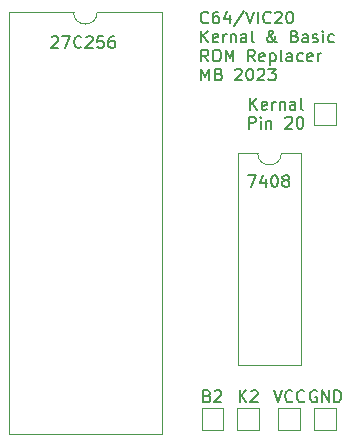
<source format=gbr>
%TF.GenerationSoftware,KiCad,Pcbnew,7.0.6*%
%TF.CreationDate,2023-08-02T13:22:52+10:00*%
%TF.ProjectId,vic20 rom,76696332-3020-4726-9f6d-2e6b69636164,rev?*%
%TF.SameCoordinates,Original*%
%TF.FileFunction,Legend,Top*%
%TF.FilePolarity,Positive*%
%FSLAX46Y46*%
G04 Gerber Fmt 4.6, Leading zero omitted, Abs format (unit mm)*
G04 Created by KiCad (PCBNEW 7.0.6) date 2023-08-02 13:22:52*
%MOMM*%
%LPD*%
G01*
G04 APERTURE LIST*
%ADD10C,0.150000*%
%ADD11C,0.120000*%
G04 APERTURE END LIST*
D10*
X105203964Y-52803571D02*
X105203964Y-51803571D01*
X105775392Y-52803571D02*
X105346821Y-52232142D01*
X105775392Y-51803571D02*
X105203964Y-52374999D01*
X106584916Y-52755952D02*
X106489678Y-52803571D01*
X106489678Y-52803571D02*
X106299202Y-52803571D01*
X106299202Y-52803571D02*
X106203964Y-52755952D01*
X106203964Y-52755952D02*
X106156345Y-52660713D01*
X106156345Y-52660713D02*
X106156345Y-52279761D01*
X106156345Y-52279761D02*
X106203964Y-52184523D01*
X106203964Y-52184523D02*
X106299202Y-52136904D01*
X106299202Y-52136904D02*
X106489678Y-52136904D01*
X106489678Y-52136904D02*
X106584916Y-52184523D01*
X106584916Y-52184523D02*
X106632535Y-52279761D01*
X106632535Y-52279761D02*
X106632535Y-52374999D01*
X106632535Y-52374999D02*
X106156345Y-52470237D01*
X107061107Y-52803571D02*
X107061107Y-52136904D01*
X107061107Y-52327380D02*
X107108726Y-52232142D01*
X107108726Y-52232142D02*
X107156345Y-52184523D01*
X107156345Y-52184523D02*
X107251583Y-52136904D01*
X107251583Y-52136904D02*
X107346821Y-52136904D01*
X107680155Y-52136904D02*
X107680155Y-52803571D01*
X107680155Y-52232142D02*
X107727774Y-52184523D01*
X107727774Y-52184523D02*
X107823012Y-52136904D01*
X107823012Y-52136904D02*
X107965869Y-52136904D01*
X107965869Y-52136904D02*
X108061107Y-52184523D01*
X108061107Y-52184523D02*
X108108726Y-52279761D01*
X108108726Y-52279761D02*
X108108726Y-52803571D01*
X109013488Y-52803571D02*
X109013488Y-52279761D01*
X109013488Y-52279761D02*
X108965869Y-52184523D01*
X108965869Y-52184523D02*
X108870631Y-52136904D01*
X108870631Y-52136904D02*
X108680155Y-52136904D01*
X108680155Y-52136904D02*
X108584917Y-52184523D01*
X109013488Y-52755952D02*
X108918250Y-52803571D01*
X108918250Y-52803571D02*
X108680155Y-52803571D01*
X108680155Y-52803571D02*
X108584917Y-52755952D01*
X108584917Y-52755952D02*
X108537298Y-52660713D01*
X108537298Y-52660713D02*
X108537298Y-52565475D01*
X108537298Y-52565475D02*
X108584917Y-52470237D01*
X108584917Y-52470237D02*
X108680155Y-52422618D01*
X108680155Y-52422618D02*
X108918250Y-52422618D01*
X108918250Y-52422618D02*
X109013488Y-52374999D01*
X109632536Y-52803571D02*
X109537298Y-52755952D01*
X109537298Y-52755952D02*
X109489679Y-52660713D01*
X109489679Y-52660713D02*
X109489679Y-51803571D01*
X105084917Y-54413571D02*
X105084917Y-53413571D01*
X105084917Y-53413571D02*
X105465869Y-53413571D01*
X105465869Y-53413571D02*
X105561107Y-53461190D01*
X105561107Y-53461190D02*
X105608726Y-53508809D01*
X105608726Y-53508809D02*
X105656345Y-53604047D01*
X105656345Y-53604047D02*
X105656345Y-53746904D01*
X105656345Y-53746904D02*
X105608726Y-53842142D01*
X105608726Y-53842142D02*
X105561107Y-53889761D01*
X105561107Y-53889761D02*
X105465869Y-53937380D01*
X105465869Y-53937380D02*
X105084917Y-53937380D01*
X106084917Y-54413571D02*
X106084917Y-53746904D01*
X106084917Y-53413571D02*
X106037298Y-53461190D01*
X106037298Y-53461190D02*
X106084917Y-53508809D01*
X106084917Y-53508809D02*
X106132536Y-53461190D01*
X106132536Y-53461190D02*
X106084917Y-53413571D01*
X106084917Y-53413571D02*
X106084917Y-53508809D01*
X106561107Y-53746904D02*
X106561107Y-54413571D01*
X106561107Y-53842142D02*
X106608726Y-53794523D01*
X106608726Y-53794523D02*
X106703964Y-53746904D01*
X106703964Y-53746904D02*
X106846821Y-53746904D01*
X106846821Y-53746904D02*
X106942059Y-53794523D01*
X106942059Y-53794523D02*
X106989678Y-53889761D01*
X106989678Y-53889761D02*
X106989678Y-54413571D01*
X108180155Y-53508809D02*
X108227774Y-53461190D01*
X108227774Y-53461190D02*
X108323012Y-53413571D01*
X108323012Y-53413571D02*
X108561107Y-53413571D01*
X108561107Y-53413571D02*
X108656345Y-53461190D01*
X108656345Y-53461190D02*
X108703964Y-53508809D01*
X108703964Y-53508809D02*
X108751583Y-53604047D01*
X108751583Y-53604047D02*
X108751583Y-53699285D01*
X108751583Y-53699285D02*
X108703964Y-53842142D01*
X108703964Y-53842142D02*
X108132536Y-54413571D01*
X108132536Y-54413571D02*
X108751583Y-54413571D01*
X109370631Y-53413571D02*
X109465869Y-53413571D01*
X109465869Y-53413571D02*
X109561107Y-53461190D01*
X109561107Y-53461190D02*
X109608726Y-53508809D01*
X109608726Y-53508809D02*
X109656345Y-53604047D01*
X109656345Y-53604047D02*
X109703964Y-53794523D01*
X109703964Y-53794523D02*
X109703964Y-54032618D01*
X109703964Y-54032618D02*
X109656345Y-54223094D01*
X109656345Y-54223094D02*
X109608726Y-54318332D01*
X109608726Y-54318332D02*
X109561107Y-54365952D01*
X109561107Y-54365952D02*
X109465869Y-54413571D01*
X109465869Y-54413571D02*
X109370631Y-54413571D01*
X109370631Y-54413571D02*
X109275393Y-54365952D01*
X109275393Y-54365952D02*
X109227774Y-54318332D01*
X109227774Y-54318332D02*
X109180155Y-54223094D01*
X109180155Y-54223094D02*
X109132536Y-54032618D01*
X109132536Y-54032618D02*
X109132536Y-53794523D01*
X109132536Y-53794523D02*
X109180155Y-53604047D01*
X109180155Y-53604047D02*
X109227774Y-53508809D01*
X109227774Y-53508809D02*
X109275393Y-53461190D01*
X109275393Y-53461190D02*
X109370631Y-53413571D01*
X101640628Y-45399694D02*
X101593009Y-45447314D01*
X101593009Y-45447314D02*
X101450152Y-45494933D01*
X101450152Y-45494933D02*
X101354914Y-45494933D01*
X101354914Y-45494933D02*
X101212057Y-45447314D01*
X101212057Y-45447314D02*
X101116819Y-45352075D01*
X101116819Y-45352075D02*
X101069200Y-45256837D01*
X101069200Y-45256837D02*
X101021581Y-45066361D01*
X101021581Y-45066361D02*
X101021581Y-44923504D01*
X101021581Y-44923504D02*
X101069200Y-44733028D01*
X101069200Y-44733028D02*
X101116819Y-44637790D01*
X101116819Y-44637790D02*
X101212057Y-44542552D01*
X101212057Y-44542552D02*
X101354914Y-44494933D01*
X101354914Y-44494933D02*
X101450152Y-44494933D01*
X101450152Y-44494933D02*
X101593009Y-44542552D01*
X101593009Y-44542552D02*
X101640628Y-44590171D01*
X102497771Y-44494933D02*
X102307295Y-44494933D01*
X102307295Y-44494933D02*
X102212057Y-44542552D01*
X102212057Y-44542552D02*
X102164438Y-44590171D01*
X102164438Y-44590171D02*
X102069200Y-44733028D01*
X102069200Y-44733028D02*
X102021581Y-44923504D01*
X102021581Y-44923504D02*
X102021581Y-45304456D01*
X102021581Y-45304456D02*
X102069200Y-45399694D01*
X102069200Y-45399694D02*
X102116819Y-45447314D01*
X102116819Y-45447314D02*
X102212057Y-45494933D01*
X102212057Y-45494933D02*
X102402533Y-45494933D01*
X102402533Y-45494933D02*
X102497771Y-45447314D01*
X102497771Y-45447314D02*
X102545390Y-45399694D01*
X102545390Y-45399694D02*
X102593009Y-45304456D01*
X102593009Y-45304456D02*
X102593009Y-45066361D01*
X102593009Y-45066361D02*
X102545390Y-44971123D01*
X102545390Y-44971123D02*
X102497771Y-44923504D01*
X102497771Y-44923504D02*
X102402533Y-44875885D01*
X102402533Y-44875885D02*
X102212057Y-44875885D01*
X102212057Y-44875885D02*
X102116819Y-44923504D01*
X102116819Y-44923504D02*
X102069200Y-44971123D01*
X102069200Y-44971123D02*
X102021581Y-45066361D01*
X103450152Y-44828266D02*
X103450152Y-45494933D01*
X103212057Y-44447314D02*
X102973962Y-45161599D01*
X102973962Y-45161599D02*
X103593009Y-45161599D01*
X104688247Y-44447314D02*
X103831105Y-45733028D01*
X104878724Y-44494933D02*
X105212057Y-45494933D01*
X105212057Y-45494933D02*
X105545390Y-44494933D01*
X105878724Y-45494933D02*
X105878724Y-44494933D01*
X106926342Y-45399694D02*
X106878723Y-45447314D01*
X106878723Y-45447314D02*
X106735866Y-45494933D01*
X106735866Y-45494933D02*
X106640628Y-45494933D01*
X106640628Y-45494933D02*
X106497771Y-45447314D01*
X106497771Y-45447314D02*
X106402533Y-45352075D01*
X106402533Y-45352075D02*
X106354914Y-45256837D01*
X106354914Y-45256837D02*
X106307295Y-45066361D01*
X106307295Y-45066361D02*
X106307295Y-44923504D01*
X106307295Y-44923504D02*
X106354914Y-44733028D01*
X106354914Y-44733028D02*
X106402533Y-44637790D01*
X106402533Y-44637790D02*
X106497771Y-44542552D01*
X106497771Y-44542552D02*
X106640628Y-44494933D01*
X106640628Y-44494933D02*
X106735866Y-44494933D01*
X106735866Y-44494933D02*
X106878723Y-44542552D01*
X106878723Y-44542552D02*
X106926342Y-44590171D01*
X107307295Y-44590171D02*
X107354914Y-44542552D01*
X107354914Y-44542552D02*
X107450152Y-44494933D01*
X107450152Y-44494933D02*
X107688247Y-44494933D01*
X107688247Y-44494933D02*
X107783485Y-44542552D01*
X107783485Y-44542552D02*
X107831104Y-44590171D01*
X107831104Y-44590171D02*
X107878723Y-44685409D01*
X107878723Y-44685409D02*
X107878723Y-44780647D01*
X107878723Y-44780647D02*
X107831104Y-44923504D01*
X107831104Y-44923504D02*
X107259676Y-45494933D01*
X107259676Y-45494933D02*
X107878723Y-45494933D01*
X108497771Y-44494933D02*
X108593009Y-44494933D01*
X108593009Y-44494933D02*
X108688247Y-44542552D01*
X108688247Y-44542552D02*
X108735866Y-44590171D01*
X108735866Y-44590171D02*
X108783485Y-44685409D01*
X108783485Y-44685409D02*
X108831104Y-44875885D01*
X108831104Y-44875885D02*
X108831104Y-45113980D01*
X108831104Y-45113980D02*
X108783485Y-45304456D01*
X108783485Y-45304456D02*
X108735866Y-45399694D01*
X108735866Y-45399694D02*
X108688247Y-45447314D01*
X108688247Y-45447314D02*
X108593009Y-45494933D01*
X108593009Y-45494933D02*
X108497771Y-45494933D01*
X108497771Y-45494933D02*
X108402533Y-45447314D01*
X108402533Y-45447314D02*
X108354914Y-45399694D01*
X108354914Y-45399694D02*
X108307295Y-45304456D01*
X108307295Y-45304456D02*
X108259676Y-45113980D01*
X108259676Y-45113980D02*
X108259676Y-44875885D01*
X108259676Y-44875885D02*
X108307295Y-44685409D01*
X108307295Y-44685409D02*
X108354914Y-44590171D01*
X108354914Y-44590171D02*
X108402533Y-44542552D01*
X108402533Y-44542552D02*
X108497771Y-44494933D01*
X101069200Y-47104933D02*
X101069200Y-46104933D01*
X101640628Y-47104933D02*
X101212057Y-46533504D01*
X101640628Y-46104933D02*
X101069200Y-46676361D01*
X102450152Y-47057314D02*
X102354914Y-47104933D01*
X102354914Y-47104933D02*
X102164438Y-47104933D01*
X102164438Y-47104933D02*
X102069200Y-47057314D01*
X102069200Y-47057314D02*
X102021581Y-46962075D01*
X102021581Y-46962075D02*
X102021581Y-46581123D01*
X102021581Y-46581123D02*
X102069200Y-46485885D01*
X102069200Y-46485885D02*
X102164438Y-46438266D01*
X102164438Y-46438266D02*
X102354914Y-46438266D01*
X102354914Y-46438266D02*
X102450152Y-46485885D01*
X102450152Y-46485885D02*
X102497771Y-46581123D01*
X102497771Y-46581123D02*
X102497771Y-46676361D01*
X102497771Y-46676361D02*
X102021581Y-46771599D01*
X102926343Y-47104933D02*
X102926343Y-46438266D01*
X102926343Y-46628742D02*
X102973962Y-46533504D01*
X102973962Y-46533504D02*
X103021581Y-46485885D01*
X103021581Y-46485885D02*
X103116819Y-46438266D01*
X103116819Y-46438266D02*
X103212057Y-46438266D01*
X103545391Y-46438266D02*
X103545391Y-47104933D01*
X103545391Y-46533504D02*
X103593010Y-46485885D01*
X103593010Y-46485885D02*
X103688248Y-46438266D01*
X103688248Y-46438266D02*
X103831105Y-46438266D01*
X103831105Y-46438266D02*
X103926343Y-46485885D01*
X103926343Y-46485885D02*
X103973962Y-46581123D01*
X103973962Y-46581123D02*
X103973962Y-47104933D01*
X104878724Y-47104933D02*
X104878724Y-46581123D01*
X104878724Y-46581123D02*
X104831105Y-46485885D01*
X104831105Y-46485885D02*
X104735867Y-46438266D01*
X104735867Y-46438266D02*
X104545391Y-46438266D01*
X104545391Y-46438266D02*
X104450153Y-46485885D01*
X104878724Y-47057314D02*
X104783486Y-47104933D01*
X104783486Y-47104933D02*
X104545391Y-47104933D01*
X104545391Y-47104933D02*
X104450153Y-47057314D01*
X104450153Y-47057314D02*
X104402534Y-46962075D01*
X104402534Y-46962075D02*
X104402534Y-46866837D01*
X104402534Y-46866837D02*
X104450153Y-46771599D01*
X104450153Y-46771599D02*
X104545391Y-46723980D01*
X104545391Y-46723980D02*
X104783486Y-46723980D01*
X104783486Y-46723980D02*
X104878724Y-46676361D01*
X105497772Y-47104933D02*
X105402534Y-47057314D01*
X105402534Y-47057314D02*
X105354915Y-46962075D01*
X105354915Y-46962075D02*
X105354915Y-46104933D01*
X107450154Y-47104933D02*
X107402535Y-47104933D01*
X107402535Y-47104933D02*
X107307296Y-47057314D01*
X107307296Y-47057314D02*
X107164439Y-46914456D01*
X107164439Y-46914456D02*
X106926344Y-46628742D01*
X106926344Y-46628742D02*
X106831106Y-46485885D01*
X106831106Y-46485885D02*
X106783487Y-46343028D01*
X106783487Y-46343028D02*
X106783487Y-46247790D01*
X106783487Y-46247790D02*
X106831106Y-46152552D01*
X106831106Y-46152552D02*
X106926344Y-46104933D01*
X106926344Y-46104933D02*
X106973963Y-46104933D01*
X106973963Y-46104933D02*
X107069201Y-46152552D01*
X107069201Y-46152552D02*
X107116820Y-46247790D01*
X107116820Y-46247790D02*
X107116820Y-46295409D01*
X107116820Y-46295409D02*
X107069201Y-46390647D01*
X107069201Y-46390647D02*
X107021582Y-46438266D01*
X107021582Y-46438266D02*
X106735868Y-46628742D01*
X106735868Y-46628742D02*
X106688249Y-46676361D01*
X106688249Y-46676361D02*
X106640630Y-46771599D01*
X106640630Y-46771599D02*
X106640630Y-46914456D01*
X106640630Y-46914456D02*
X106688249Y-47009694D01*
X106688249Y-47009694D02*
X106735868Y-47057314D01*
X106735868Y-47057314D02*
X106831106Y-47104933D01*
X106831106Y-47104933D02*
X106973963Y-47104933D01*
X106973963Y-47104933D02*
X107069201Y-47057314D01*
X107069201Y-47057314D02*
X107116820Y-47009694D01*
X107116820Y-47009694D02*
X107259677Y-46819218D01*
X107259677Y-46819218D02*
X107307296Y-46676361D01*
X107307296Y-46676361D02*
X107307296Y-46581123D01*
X108973963Y-46581123D02*
X109116820Y-46628742D01*
X109116820Y-46628742D02*
X109164439Y-46676361D01*
X109164439Y-46676361D02*
X109212058Y-46771599D01*
X109212058Y-46771599D02*
X109212058Y-46914456D01*
X109212058Y-46914456D02*
X109164439Y-47009694D01*
X109164439Y-47009694D02*
X109116820Y-47057314D01*
X109116820Y-47057314D02*
X109021582Y-47104933D01*
X109021582Y-47104933D02*
X108640630Y-47104933D01*
X108640630Y-47104933D02*
X108640630Y-46104933D01*
X108640630Y-46104933D02*
X108973963Y-46104933D01*
X108973963Y-46104933D02*
X109069201Y-46152552D01*
X109069201Y-46152552D02*
X109116820Y-46200171D01*
X109116820Y-46200171D02*
X109164439Y-46295409D01*
X109164439Y-46295409D02*
X109164439Y-46390647D01*
X109164439Y-46390647D02*
X109116820Y-46485885D01*
X109116820Y-46485885D02*
X109069201Y-46533504D01*
X109069201Y-46533504D02*
X108973963Y-46581123D01*
X108973963Y-46581123D02*
X108640630Y-46581123D01*
X110069201Y-47104933D02*
X110069201Y-46581123D01*
X110069201Y-46581123D02*
X110021582Y-46485885D01*
X110021582Y-46485885D02*
X109926344Y-46438266D01*
X109926344Y-46438266D02*
X109735868Y-46438266D01*
X109735868Y-46438266D02*
X109640630Y-46485885D01*
X110069201Y-47057314D02*
X109973963Y-47104933D01*
X109973963Y-47104933D02*
X109735868Y-47104933D01*
X109735868Y-47104933D02*
X109640630Y-47057314D01*
X109640630Y-47057314D02*
X109593011Y-46962075D01*
X109593011Y-46962075D02*
X109593011Y-46866837D01*
X109593011Y-46866837D02*
X109640630Y-46771599D01*
X109640630Y-46771599D02*
X109735868Y-46723980D01*
X109735868Y-46723980D02*
X109973963Y-46723980D01*
X109973963Y-46723980D02*
X110069201Y-46676361D01*
X110497773Y-47057314D02*
X110593011Y-47104933D01*
X110593011Y-47104933D02*
X110783487Y-47104933D01*
X110783487Y-47104933D02*
X110878725Y-47057314D01*
X110878725Y-47057314D02*
X110926344Y-46962075D01*
X110926344Y-46962075D02*
X110926344Y-46914456D01*
X110926344Y-46914456D02*
X110878725Y-46819218D01*
X110878725Y-46819218D02*
X110783487Y-46771599D01*
X110783487Y-46771599D02*
X110640630Y-46771599D01*
X110640630Y-46771599D02*
X110545392Y-46723980D01*
X110545392Y-46723980D02*
X110497773Y-46628742D01*
X110497773Y-46628742D02*
X110497773Y-46581123D01*
X110497773Y-46581123D02*
X110545392Y-46485885D01*
X110545392Y-46485885D02*
X110640630Y-46438266D01*
X110640630Y-46438266D02*
X110783487Y-46438266D01*
X110783487Y-46438266D02*
X110878725Y-46485885D01*
X111354916Y-47104933D02*
X111354916Y-46438266D01*
X111354916Y-46104933D02*
X111307297Y-46152552D01*
X111307297Y-46152552D02*
X111354916Y-46200171D01*
X111354916Y-46200171D02*
X111402535Y-46152552D01*
X111402535Y-46152552D02*
X111354916Y-46104933D01*
X111354916Y-46104933D02*
X111354916Y-46200171D01*
X112259677Y-47057314D02*
X112164439Y-47104933D01*
X112164439Y-47104933D02*
X111973963Y-47104933D01*
X111973963Y-47104933D02*
X111878725Y-47057314D01*
X111878725Y-47057314D02*
X111831106Y-47009694D01*
X111831106Y-47009694D02*
X111783487Y-46914456D01*
X111783487Y-46914456D02*
X111783487Y-46628742D01*
X111783487Y-46628742D02*
X111831106Y-46533504D01*
X111831106Y-46533504D02*
X111878725Y-46485885D01*
X111878725Y-46485885D02*
X111973963Y-46438266D01*
X111973963Y-46438266D02*
X112164439Y-46438266D01*
X112164439Y-46438266D02*
X112259677Y-46485885D01*
X101640628Y-48714933D02*
X101307295Y-48238742D01*
X101069200Y-48714933D02*
X101069200Y-47714933D01*
X101069200Y-47714933D02*
X101450152Y-47714933D01*
X101450152Y-47714933D02*
X101545390Y-47762552D01*
X101545390Y-47762552D02*
X101593009Y-47810171D01*
X101593009Y-47810171D02*
X101640628Y-47905409D01*
X101640628Y-47905409D02*
X101640628Y-48048266D01*
X101640628Y-48048266D02*
X101593009Y-48143504D01*
X101593009Y-48143504D02*
X101545390Y-48191123D01*
X101545390Y-48191123D02*
X101450152Y-48238742D01*
X101450152Y-48238742D02*
X101069200Y-48238742D01*
X102259676Y-47714933D02*
X102450152Y-47714933D01*
X102450152Y-47714933D02*
X102545390Y-47762552D01*
X102545390Y-47762552D02*
X102640628Y-47857790D01*
X102640628Y-47857790D02*
X102688247Y-48048266D01*
X102688247Y-48048266D02*
X102688247Y-48381599D01*
X102688247Y-48381599D02*
X102640628Y-48572075D01*
X102640628Y-48572075D02*
X102545390Y-48667314D01*
X102545390Y-48667314D02*
X102450152Y-48714933D01*
X102450152Y-48714933D02*
X102259676Y-48714933D01*
X102259676Y-48714933D02*
X102164438Y-48667314D01*
X102164438Y-48667314D02*
X102069200Y-48572075D01*
X102069200Y-48572075D02*
X102021581Y-48381599D01*
X102021581Y-48381599D02*
X102021581Y-48048266D01*
X102021581Y-48048266D02*
X102069200Y-47857790D01*
X102069200Y-47857790D02*
X102164438Y-47762552D01*
X102164438Y-47762552D02*
X102259676Y-47714933D01*
X103116819Y-48714933D02*
X103116819Y-47714933D01*
X103116819Y-47714933D02*
X103450152Y-48429218D01*
X103450152Y-48429218D02*
X103783485Y-47714933D01*
X103783485Y-47714933D02*
X103783485Y-48714933D01*
X105593009Y-48714933D02*
X105259676Y-48238742D01*
X105021581Y-48714933D02*
X105021581Y-47714933D01*
X105021581Y-47714933D02*
X105402533Y-47714933D01*
X105402533Y-47714933D02*
X105497771Y-47762552D01*
X105497771Y-47762552D02*
X105545390Y-47810171D01*
X105545390Y-47810171D02*
X105593009Y-47905409D01*
X105593009Y-47905409D02*
X105593009Y-48048266D01*
X105593009Y-48048266D02*
X105545390Y-48143504D01*
X105545390Y-48143504D02*
X105497771Y-48191123D01*
X105497771Y-48191123D02*
X105402533Y-48238742D01*
X105402533Y-48238742D02*
X105021581Y-48238742D01*
X106402533Y-48667314D02*
X106307295Y-48714933D01*
X106307295Y-48714933D02*
X106116819Y-48714933D01*
X106116819Y-48714933D02*
X106021581Y-48667314D01*
X106021581Y-48667314D02*
X105973962Y-48572075D01*
X105973962Y-48572075D02*
X105973962Y-48191123D01*
X105973962Y-48191123D02*
X106021581Y-48095885D01*
X106021581Y-48095885D02*
X106116819Y-48048266D01*
X106116819Y-48048266D02*
X106307295Y-48048266D01*
X106307295Y-48048266D02*
X106402533Y-48095885D01*
X106402533Y-48095885D02*
X106450152Y-48191123D01*
X106450152Y-48191123D02*
X106450152Y-48286361D01*
X106450152Y-48286361D02*
X105973962Y-48381599D01*
X106878724Y-48048266D02*
X106878724Y-49048266D01*
X106878724Y-48095885D02*
X106973962Y-48048266D01*
X106973962Y-48048266D02*
X107164438Y-48048266D01*
X107164438Y-48048266D02*
X107259676Y-48095885D01*
X107259676Y-48095885D02*
X107307295Y-48143504D01*
X107307295Y-48143504D02*
X107354914Y-48238742D01*
X107354914Y-48238742D02*
X107354914Y-48524456D01*
X107354914Y-48524456D02*
X107307295Y-48619694D01*
X107307295Y-48619694D02*
X107259676Y-48667314D01*
X107259676Y-48667314D02*
X107164438Y-48714933D01*
X107164438Y-48714933D02*
X106973962Y-48714933D01*
X106973962Y-48714933D02*
X106878724Y-48667314D01*
X107926343Y-48714933D02*
X107831105Y-48667314D01*
X107831105Y-48667314D02*
X107783486Y-48572075D01*
X107783486Y-48572075D02*
X107783486Y-47714933D01*
X108735867Y-48714933D02*
X108735867Y-48191123D01*
X108735867Y-48191123D02*
X108688248Y-48095885D01*
X108688248Y-48095885D02*
X108593010Y-48048266D01*
X108593010Y-48048266D02*
X108402534Y-48048266D01*
X108402534Y-48048266D02*
X108307296Y-48095885D01*
X108735867Y-48667314D02*
X108640629Y-48714933D01*
X108640629Y-48714933D02*
X108402534Y-48714933D01*
X108402534Y-48714933D02*
X108307296Y-48667314D01*
X108307296Y-48667314D02*
X108259677Y-48572075D01*
X108259677Y-48572075D02*
X108259677Y-48476837D01*
X108259677Y-48476837D02*
X108307296Y-48381599D01*
X108307296Y-48381599D02*
X108402534Y-48333980D01*
X108402534Y-48333980D02*
X108640629Y-48333980D01*
X108640629Y-48333980D02*
X108735867Y-48286361D01*
X109640629Y-48667314D02*
X109545391Y-48714933D01*
X109545391Y-48714933D02*
X109354915Y-48714933D01*
X109354915Y-48714933D02*
X109259677Y-48667314D01*
X109259677Y-48667314D02*
X109212058Y-48619694D01*
X109212058Y-48619694D02*
X109164439Y-48524456D01*
X109164439Y-48524456D02*
X109164439Y-48238742D01*
X109164439Y-48238742D02*
X109212058Y-48143504D01*
X109212058Y-48143504D02*
X109259677Y-48095885D01*
X109259677Y-48095885D02*
X109354915Y-48048266D01*
X109354915Y-48048266D02*
X109545391Y-48048266D01*
X109545391Y-48048266D02*
X109640629Y-48095885D01*
X110450153Y-48667314D02*
X110354915Y-48714933D01*
X110354915Y-48714933D02*
X110164439Y-48714933D01*
X110164439Y-48714933D02*
X110069201Y-48667314D01*
X110069201Y-48667314D02*
X110021582Y-48572075D01*
X110021582Y-48572075D02*
X110021582Y-48191123D01*
X110021582Y-48191123D02*
X110069201Y-48095885D01*
X110069201Y-48095885D02*
X110164439Y-48048266D01*
X110164439Y-48048266D02*
X110354915Y-48048266D01*
X110354915Y-48048266D02*
X110450153Y-48095885D01*
X110450153Y-48095885D02*
X110497772Y-48191123D01*
X110497772Y-48191123D02*
X110497772Y-48286361D01*
X110497772Y-48286361D02*
X110021582Y-48381599D01*
X110926344Y-48714933D02*
X110926344Y-48048266D01*
X110926344Y-48238742D02*
X110973963Y-48143504D01*
X110973963Y-48143504D02*
X111021582Y-48095885D01*
X111021582Y-48095885D02*
X111116820Y-48048266D01*
X111116820Y-48048266D02*
X111212058Y-48048266D01*
X101069200Y-50324933D02*
X101069200Y-49324933D01*
X101069200Y-49324933D02*
X101402533Y-50039218D01*
X101402533Y-50039218D02*
X101735866Y-49324933D01*
X101735866Y-49324933D02*
X101735866Y-50324933D01*
X102545390Y-49801123D02*
X102688247Y-49848742D01*
X102688247Y-49848742D02*
X102735866Y-49896361D01*
X102735866Y-49896361D02*
X102783485Y-49991599D01*
X102783485Y-49991599D02*
X102783485Y-50134456D01*
X102783485Y-50134456D02*
X102735866Y-50229694D01*
X102735866Y-50229694D02*
X102688247Y-50277314D01*
X102688247Y-50277314D02*
X102593009Y-50324933D01*
X102593009Y-50324933D02*
X102212057Y-50324933D01*
X102212057Y-50324933D02*
X102212057Y-49324933D01*
X102212057Y-49324933D02*
X102545390Y-49324933D01*
X102545390Y-49324933D02*
X102640628Y-49372552D01*
X102640628Y-49372552D02*
X102688247Y-49420171D01*
X102688247Y-49420171D02*
X102735866Y-49515409D01*
X102735866Y-49515409D02*
X102735866Y-49610647D01*
X102735866Y-49610647D02*
X102688247Y-49705885D01*
X102688247Y-49705885D02*
X102640628Y-49753504D01*
X102640628Y-49753504D02*
X102545390Y-49801123D01*
X102545390Y-49801123D02*
X102212057Y-49801123D01*
X103926343Y-49420171D02*
X103973962Y-49372552D01*
X103973962Y-49372552D02*
X104069200Y-49324933D01*
X104069200Y-49324933D02*
X104307295Y-49324933D01*
X104307295Y-49324933D02*
X104402533Y-49372552D01*
X104402533Y-49372552D02*
X104450152Y-49420171D01*
X104450152Y-49420171D02*
X104497771Y-49515409D01*
X104497771Y-49515409D02*
X104497771Y-49610647D01*
X104497771Y-49610647D02*
X104450152Y-49753504D01*
X104450152Y-49753504D02*
X103878724Y-50324933D01*
X103878724Y-50324933D02*
X104497771Y-50324933D01*
X105116819Y-49324933D02*
X105212057Y-49324933D01*
X105212057Y-49324933D02*
X105307295Y-49372552D01*
X105307295Y-49372552D02*
X105354914Y-49420171D01*
X105354914Y-49420171D02*
X105402533Y-49515409D01*
X105402533Y-49515409D02*
X105450152Y-49705885D01*
X105450152Y-49705885D02*
X105450152Y-49943980D01*
X105450152Y-49943980D02*
X105402533Y-50134456D01*
X105402533Y-50134456D02*
X105354914Y-50229694D01*
X105354914Y-50229694D02*
X105307295Y-50277314D01*
X105307295Y-50277314D02*
X105212057Y-50324933D01*
X105212057Y-50324933D02*
X105116819Y-50324933D01*
X105116819Y-50324933D02*
X105021581Y-50277314D01*
X105021581Y-50277314D02*
X104973962Y-50229694D01*
X104973962Y-50229694D02*
X104926343Y-50134456D01*
X104926343Y-50134456D02*
X104878724Y-49943980D01*
X104878724Y-49943980D02*
X104878724Y-49705885D01*
X104878724Y-49705885D02*
X104926343Y-49515409D01*
X104926343Y-49515409D02*
X104973962Y-49420171D01*
X104973962Y-49420171D02*
X105021581Y-49372552D01*
X105021581Y-49372552D02*
X105116819Y-49324933D01*
X105831105Y-49420171D02*
X105878724Y-49372552D01*
X105878724Y-49372552D02*
X105973962Y-49324933D01*
X105973962Y-49324933D02*
X106212057Y-49324933D01*
X106212057Y-49324933D02*
X106307295Y-49372552D01*
X106307295Y-49372552D02*
X106354914Y-49420171D01*
X106354914Y-49420171D02*
X106402533Y-49515409D01*
X106402533Y-49515409D02*
X106402533Y-49610647D01*
X106402533Y-49610647D02*
X106354914Y-49753504D01*
X106354914Y-49753504D02*
X105783486Y-50324933D01*
X105783486Y-50324933D02*
X106402533Y-50324933D01*
X106735867Y-49324933D02*
X107354914Y-49324933D01*
X107354914Y-49324933D02*
X107021581Y-49705885D01*
X107021581Y-49705885D02*
X107164438Y-49705885D01*
X107164438Y-49705885D02*
X107259676Y-49753504D01*
X107259676Y-49753504D02*
X107307295Y-49801123D01*
X107307295Y-49801123D02*
X107354914Y-49896361D01*
X107354914Y-49896361D02*
X107354914Y-50134456D01*
X107354914Y-50134456D02*
X107307295Y-50229694D01*
X107307295Y-50229694D02*
X107259676Y-50277314D01*
X107259676Y-50277314D02*
X107164438Y-50324933D01*
X107164438Y-50324933D02*
X106878724Y-50324933D01*
X106878724Y-50324933D02*
X106783486Y-50277314D01*
X106783486Y-50277314D02*
X106735867Y-50229694D01*
X105028616Y-58345601D02*
X105695282Y-58345601D01*
X105695282Y-58345601D02*
X105266711Y-59345601D01*
X106504806Y-58678934D02*
X106504806Y-59345601D01*
X106266711Y-58297982D02*
X106028616Y-59012267D01*
X106028616Y-59012267D02*
X106647663Y-59012267D01*
X107219092Y-58345601D02*
X107314330Y-58345601D01*
X107314330Y-58345601D02*
X107409568Y-58393220D01*
X107409568Y-58393220D02*
X107457187Y-58440839D01*
X107457187Y-58440839D02*
X107504806Y-58536077D01*
X107504806Y-58536077D02*
X107552425Y-58726553D01*
X107552425Y-58726553D02*
X107552425Y-58964648D01*
X107552425Y-58964648D02*
X107504806Y-59155124D01*
X107504806Y-59155124D02*
X107457187Y-59250362D01*
X107457187Y-59250362D02*
X107409568Y-59297982D01*
X107409568Y-59297982D02*
X107314330Y-59345601D01*
X107314330Y-59345601D02*
X107219092Y-59345601D01*
X107219092Y-59345601D02*
X107123854Y-59297982D01*
X107123854Y-59297982D02*
X107076235Y-59250362D01*
X107076235Y-59250362D02*
X107028616Y-59155124D01*
X107028616Y-59155124D02*
X106980997Y-58964648D01*
X106980997Y-58964648D02*
X106980997Y-58726553D01*
X106980997Y-58726553D02*
X107028616Y-58536077D01*
X107028616Y-58536077D02*
X107076235Y-58440839D01*
X107076235Y-58440839D02*
X107123854Y-58393220D01*
X107123854Y-58393220D02*
X107219092Y-58345601D01*
X108123854Y-58774172D02*
X108028616Y-58726553D01*
X108028616Y-58726553D02*
X107980997Y-58678934D01*
X107980997Y-58678934D02*
X107933378Y-58583696D01*
X107933378Y-58583696D02*
X107933378Y-58536077D01*
X107933378Y-58536077D02*
X107980997Y-58440839D01*
X107980997Y-58440839D02*
X108028616Y-58393220D01*
X108028616Y-58393220D02*
X108123854Y-58345601D01*
X108123854Y-58345601D02*
X108314330Y-58345601D01*
X108314330Y-58345601D02*
X108409568Y-58393220D01*
X108409568Y-58393220D02*
X108457187Y-58440839D01*
X108457187Y-58440839D02*
X108504806Y-58536077D01*
X108504806Y-58536077D02*
X108504806Y-58583696D01*
X108504806Y-58583696D02*
X108457187Y-58678934D01*
X108457187Y-58678934D02*
X108409568Y-58726553D01*
X108409568Y-58726553D02*
X108314330Y-58774172D01*
X108314330Y-58774172D02*
X108123854Y-58774172D01*
X108123854Y-58774172D02*
X108028616Y-58821791D01*
X108028616Y-58821791D02*
X107980997Y-58869410D01*
X107980997Y-58869410D02*
X107933378Y-58964648D01*
X107933378Y-58964648D02*
X107933378Y-59155124D01*
X107933378Y-59155124D02*
X107980997Y-59250362D01*
X107980997Y-59250362D02*
X108028616Y-59297982D01*
X108028616Y-59297982D02*
X108123854Y-59345601D01*
X108123854Y-59345601D02*
X108314330Y-59345601D01*
X108314330Y-59345601D02*
X108409568Y-59297982D01*
X108409568Y-59297982D02*
X108457187Y-59250362D01*
X108457187Y-59250362D02*
X108504806Y-59155124D01*
X108504806Y-59155124D02*
X108504806Y-58964648D01*
X108504806Y-58964648D02*
X108457187Y-58869410D01*
X108457187Y-58869410D02*
X108409568Y-58821791D01*
X108409568Y-58821791D02*
X108314330Y-58774172D01*
X110812395Y-76609764D02*
X110717157Y-76562145D01*
X110717157Y-76562145D02*
X110574300Y-76562145D01*
X110574300Y-76562145D02*
X110431443Y-76609764D01*
X110431443Y-76609764D02*
X110336205Y-76705002D01*
X110336205Y-76705002D02*
X110288586Y-76800240D01*
X110288586Y-76800240D02*
X110240967Y-76990716D01*
X110240967Y-76990716D02*
X110240967Y-77133573D01*
X110240967Y-77133573D02*
X110288586Y-77324049D01*
X110288586Y-77324049D02*
X110336205Y-77419287D01*
X110336205Y-77419287D02*
X110431443Y-77514526D01*
X110431443Y-77514526D02*
X110574300Y-77562145D01*
X110574300Y-77562145D02*
X110669538Y-77562145D01*
X110669538Y-77562145D02*
X110812395Y-77514526D01*
X110812395Y-77514526D02*
X110860014Y-77466906D01*
X110860014Y-77466906D02*
X110860014Y-77133573D01*
X110860014Y-77133573D02*
X110669538Y-77133573D01*
X111288586Y-77562145D02*
X111288586Y-76562145D01*
X111288586Y-76562145D02*
X111860014Y-77562145D01*
X111860014Y-77562145D02*
X111860014Y-76562145D01*
X112336205Y-77562145D02*
X112336205Y-76562145D01*
X112336205Y-76562145D02*
X112574300Y-76562145D01*
X112574300Y-76562145D02*
X112717157Y-76609764D01*
X112717157Y-76609764D02*
X112812395Y-76705002D01*
X112812395Y-76705002D02*
X112860014Y-76800240D01*
X112860014Y-76800240D02*
X112907633Y-76990716D01*
X112907633Y-76990716D02*
X112907633Y-77133573D01*
X112907633Y-77133573D02*
X112860014Y-77324049D01*
X112860014Y-77324049D02*
X112812395Y-77419287D01*
X112812395Y-77419287D02*
X112717157Y-77514526D01*
X112717157Y-77514526D02*
X112574300Y-77562145D01*
X112574300Y-77562145D02*
X112336205Y-77562145D01*
X104312213Y-77562145D02*
X104312213Y-76562145D01*
X104883641Y-77562145D02*
X104455070Y-76990716D01*
X104883641Y-76562145D02*
X104312213Y-77133573D01*
X105264594Y-76657383D02*
X105312213Y-76609764D01*
X105312213Y-76609764D02*
X105407451Y-76562145D01*
X105407451Y-76562145D02*
X105645546Y-76562145D01*
X105645546Y-76562145D02*
X105740784Y-76609764D01*
X105740784Y-76609764D02*
X105788403Y-76657383D01*
X105788403Y-76657383D02*
X105836022Y-76752621D01*
X105836022Y-76752621D02*
X105836022Y-76847859D01*
X105836022Y-76847859D02*
X105788403Y-76990716D01*
X105788403Y-76990716D02*
X105216975Y-77562145D01*
X105216975Y-77562145D02*
X105836022Y-77562145D01*
X101575389Y-77038335D02*
X101718246Y-77085954D01*
X101718246Y-77085954D02*
X101765865Y-77133573D01*
X101765865Y-77133573D02*
X101813484Y-77228811D01*
X101813484Y-77228811D02*
X101813484Y-77371668D01*
X101813484Y-77371668D02*
X101765865Y-77466906D01*
X101765865Y-77466906D02*
X101718246Y-77514526D01*
X101718246Y-77514526D02*
X101623008Y-77562145D01*
X101623008Y-77562145D02*
X101242056Y-77562145D01*
X101242056Y-77562145D02*
X101242056Y-76562145D01*
X101242056Y-76562145D02*
X101575389Y-76562145D01*
X101575389Y-76562145D02*
X101670627Y-76609764D01*
X101670627Y-76609764D02*
X101718246Y-76657383D01*
X101718246Y-76657383D02*
X101765865Y-76752621D01*
X101765865Y-76752621D02*
X101765865Y-76847859D01*
X101765865Y-76847859D02*
X101718246Y-76943097D01*
X101718246Y-76943097D02*
X101670627Y-76990716D01*
X101670627Y-76990716D02*
X101575389Y-77038335D01*
X101575389Y-77038335D02*
X101242056Y-77038335D01*
X102194437Y-76657383D02*
X102242056Y-76609764D01*
X102242056Y-76609764D02*
X102337294Y-76562145D01*
X102337294Y-76562145D02*
X102575389Y-76562145D01*
X102575389Y-76562145D02*
X102670627Y-76609764D01*
X102670627Y-76609764D02*
X102718246Y-76657383D01*
X102718246Y-76657383D02*
X102765865Y-76752621D01*
X102765865Y-76752621D02*
X102765865Y-76847859D01*
X102765865Y-76847859D02*
X102718246Y-76990716D01*
X102718246Y-76990716D02*
X102146818Y-77562145D01*
X102146818Y-77562145D02*
X102765865Y-77562145D01*
X107191138Y-76562145D02*
X107524471Y-77562145D01*
X107524471Y-77562145D02*
X107857804Y-76562145D01*
X108762566Y-77466906D02*
X108714947Y-77514526D01*
X108714947Y-77514526D02*
X108572090Y-77562145D01*
X108572090Y-77562145D02*
X108476852Y-77562145D01*
X108476852Y-77562145D02*
X108333995Y-77514526D01*
X108333995Y-77514526D02*
X108238757Y-77419287D01*
X108238757Y-77419287D02*
X108191138Y-77324049D01*
X108191138Y-77324049D02*
X108143519Y-77133573D01*
X108143519Y-77133573D02*
X108143519Y-76990716D01*
X108143519Y-76990716D02*
X108191138Y-76800240D01*
X108191138Y-76800240D02*
X108238757Y-76705002D01*
X108238757Y-76705002D02*
X108333995Y-76609764D01*
X108333995Y-76609764D02*
X108476852Y-76562145D01*
X108476852Y-76562145D02*
X108572090Y-76562145D01*
X108572090Y-76562145D02*
X108714947Y-76609764D01*
X108714947Y-76609764D02*
X108762566Y-76657383D01*
X109762566Y-77466906D02*
X109714947Y-77514526D01*
X109714947Y-77514526D02*
X109572090Y-77562145D01*
X109572090Y-77562145D02*
X109476852Y-77562145D01*
X109476852Y-77562145D02*
X109333995Y-77514526D01*
X109333995Y-77514526D02*
X109238757Y-77419287D01*
X109238757Y-77419287D02*
X109191138Y-77324049D01*
X109191138Y-77324049D02*
X109143519Y-77133573D01*
X109143519Y-77133573D02*
X109143519Y-76990716D01*
X109143519Y-76990716D02*
X109191138Y-76800240D01*
X109191138Y-76800240D02*
X109238757Y-76705002D01*
X109238757Y-76705002D02*
X109333995Y-76609764D01*
X109333995Y-76609764D02*
X109476852Y-76562145D01*
X109476852Y-76562145D02*
X109572090Y-76562145D01*
X109572090Y-76562145D02*
X109714947Y-76609764D01*
X109714947Y-76609764D02*
X109762566Y-76657383D01*
X88387826Y-46681830D02*
X88435445Y-46634211D01*
X88435445Y-46634211D02*
X88530683Y-46586592D01*
X88530683Y-46586592D02*
X88768778Y-46586592D01*
X88768778Y-46586592D02*
X88864016Y-46634211D01*
X88864016Y-46634211D02*
X88911635Y-46681830D01*
X88911635Y-46681830D02*
X88959254Y-46777068D01*
X88959254Y-46777068D02*
X88959254Y-46872306D01*
X88959254Y-46872306D02*
X88911635Y-47015163D01*
X88911635Y-47015163D02*
X88340207Y-47586592D01*
X88340207Y-47586592D02*
X88959254Y-47586592D01*
X89292588Y-46586592D02*
X89959254Y-46586592D01*
X89959254Y-46586592D02*
X89530683Y-47586592D01*
X90911635Y-47491353D02*
X90864016Y-47538973D01*
X90864016Y-47538973D02*
X90721159Y-47586592D01*
X90721159Y-47586592D02*
X90625921Y-47586592D01*
X90625921Y-47586592D02*
X90483064Y-47538973D01*
X90483064Y-47538973D02*
X90387826Y-47443734D01*
X90387826Y-47443734D02*
X90340207Y-47348496D01*
X90340207Y-47348496D02*
X90292588Y-47158020D01*
X90292588Y-47158020D02*
X90292588Y-47015163D01*
X90292588Y-47015163D02*
X90340207Y-46824687D01*
X90340207Y-46824687D02*
X90387826Y-46729449D01*
X90387826Y-46729449D02*
X90483064Y-46634211D01*
X90483064Y-46634211D02*
X90625921Y-46586592D01*
X90625921Y-46586592D02*
X90721159Y-46586592D01*
X90721159Y-46586592D02*
X90864016Y-46634211D01*
X90864016Y-46634211D02*
X90911635Y-46681830D01*
X91292588Y-46681830D02*
X91340207Y-46634211D01*
X91340207Y-46634211D02*
X91435445Y-46586592D01*
X91435445Y-46586592D02*
X91673540Y-46586592D01*
X91673540Y-46586592D02*
X91768778Y-46634211D01*
X91768778Y-46634211D02*
X91816397Y-46681830D01*
X91816397Y-46681830D02*
X91864016Y-46777068D01*
X91864016Y-46777068D02*
X91864016Y-46872306D01*
X91864016Y-46872306D02*
X91816397Y-47015163D01*
X91816397Y-47015163D02*
X91244969Y-47586592D01*
X91244969Y-47586592D02*
X91864016Y-47586592D01*
X92768778Y-46586592D02*
X92292588Y-46586592D01*
X92292588Y-46586592D02*
X92244969Y-47062782D01*
X92244969Y-47062782D02*
X92292588Y-47015163D01*
X92292588Y-47015163D02*
X92387826Y-46967544D01*
X92387826Y-46967544D02*
X92625921Y-46967544D01*
X92625921Y-46967544D02*
X92721159Y-47015163D01*
X92721159Y-47015163D02*
X92768778Y-47062782D01*
X92768778Y-47062782D02*
X92816397Y-47158020D01*
X92816397Y-47158020D02*
X92816397Y-47396115D01*
X92816397Y-47396115D02*
X92768778Y-47491353D01*
X92768778Y-47491353D02*
X92721159Y-47538973D01*
X92721159Y-47538973D02*
X92625921Y-47586592D01*
X92625921Y-47586592D02*
X92387826Y-47586592D01*
X92387826Y-47586592D02*
X92292588Y-47538973D01*
X92292588Y-47538973D02*
X92244969Y-47491353D01*
X93673540Y-46586592D02*
X93483064Y-46586592D01*
X93483064Y-46586592D02*
X93387826Y-46634211D01*
X93387826Y-46634211D02*
X93340207Y-46681830D01*
X93340207Y-46681830D02*
X93244969Y-46824687D01*
X93244969Y-46824687D02*
X93197350Y-47015163D01*
X93197350Y-47015163D02*
X93197350Y-47396115D01*
X93197350Y-47396115D02*
X93244969Y-47491353D01*
X93244969Y-47491353D02*
X93292588Y-47538973D01*
X93292588Y-47538973D02*
X93387826Y-47586592D01*
X93387826Y-47586592D02*
X93578302Y-47586592D01*
X93578302Y-47586592D02*
X93673540Y-47538973D01*
X93673540Y-47538973D02*
X93721159Y-47491353D01*
X93721159Y-47491353D02*
X93768778Y-47396115D01*
X93768778Y-47396115D02*
X93768778Y-47158020D01*
X93768778Y-47158020D02*
X93721159Y-47062782D01*
X93721159Y-47062782D02*
X93673540Y-47015163D01*
X93673540Y-47015163D02*
X93578302Y-46967544D01*
X93578302Y-46967544D02*
X93387826Y-46967544D01*
X93387826Y-46967544D02*
X93292588Y-47015163D01*
X93292588Y-47015163D02*
X93244969Y-47062782D01*
X93244969Y-47062782D02*
X93197350Y-47158020D01*
D11*
%TO.C,J1*%
X110624300Y-52217200D02*
X110624300Y-54117200D01*
X110624300Y-54117200D02*
X112474300Y-54117200D01*
X112474300Y-52217200D02*
X110624300Y-52217200D01*
X112474300Y-52267200D02*
X112474300Y-52217200D01*
X112474300Y-54117200D02*
X112474300Y-52267200D01*
%TO.C,U2*%
X104182600Y-56486600D02*
X104182600Y-74386600D01*
X104182600Y-74386600D02*
X109482600Y-74386600D01*
X105832600Y-56486600D02*
X104182600Y-56486600D01*
X109482600Y-56486600D02*
X107832600Y-56486600D01*
X109482600Y-74386600D02*
X109482600Y-56486600D01*
X105832600Y-56486600D02*
G75*
G03*
X107832600Y-56486600I1000000J0D01*
G01*
%TO.C,GND1*%
X110624300Y-78058000D02*
X110624300Y-79958000D01*
X110624300Y-79958000D02*
X112474300Y-79958000D01*
X112474300Y-78058000D02*
X110624300Y-78058000D01*
X112474300Y-78108000D02*
X112474300Y-78058000D01*
X112474300Y-79958000D02*
X112474300Y-78108000D01*
%TO.C,K2*%
X104084600Y-78058000D02*
X104084600Y-79958000D01*
X104084600Y-79958000D02*
X105934600Y-79958000D01*
X105934600Y-78058000D02*
X104084600Y-78058000D01*
X105934600Y-78108000D02*
X105934600Y-78058000D01*
X105934600Y-79958000D02*
X105934600Y-78108000D01*
%TO.C,B2*%
X101077500Y-78058000D02*
X101077500Y-79958000D01*
X101077500Y-79958000D02*
X102927500Y-79958000D01*
X102927500Y-78058000D02*
X101077500Y-78058000D01*
X102927500Y-78108000D02*
X102927500Y-78058000D01*
X102927500Y-79958000D02*
X102927500Y-78108000D01*
%TO.C,VCC1*%
X107592900Y-78058000D02*
X107592900Y-79958000D01*
X107592900Y-79958000D02*
X109442900Y-79958000D01*
X109442900Y-78058000D02*
X107592900Y-78058000D01*
X109442900Y-78108000D02*
X109442900Y-78058000D01*
X109442900Y-79958000D02*
X109442900Y-78108000D01*
%TO.C,U1*%
X90242400Y-44557500D02*
G75*
G03*
X92242400Y-44557500I1000000J0D01*
G01*
X97702400Y-80237500D02*
X97702400Y-44557500D01*
X97702400Y-44557500D02*
X92242400Y-44557500D01*
X90242400Y-44557500D02*
X84782400Y-44557500D01*
X84782400Y-80237500D02*
X97702400Y-80237500D01*
X84782400Y-44557500D02*
X84782400Y-80237500D01*
%TD*%
M02*

</source>
